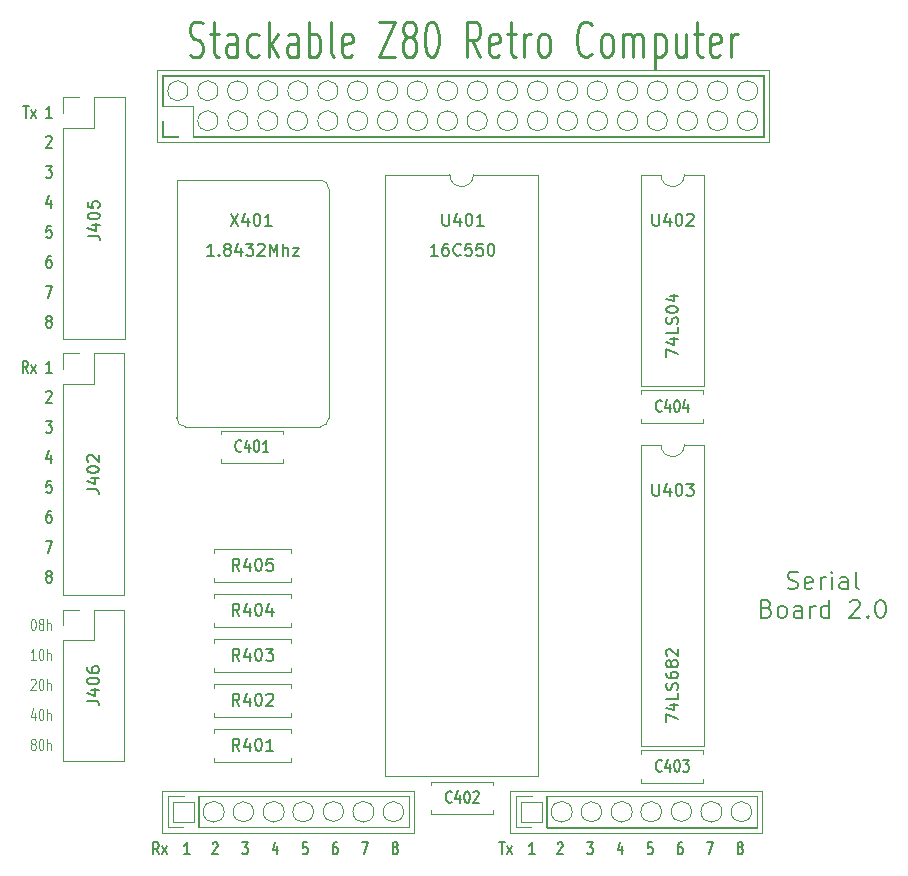
<source format=gto>
%TF.GenerationSoftware,KiCad,Pcbnew,(5.0.1)-3*%
%TF.CreationDate,2018-11-22T18:04:47+01:00*%
%TF.ProjectId,S80 Serial,5338302053657269616C2E6B69636164,1.0*%
%TF.SameCoordinates,Original*%
%TF.FileFunction,Legend,Top*%
%TF.FilePolarity,Positive*%
%FSLAX46Y46*%
G04 Gerber Fmt 4.6, Leading zero omitted, Abs format (unit mm)*
G04 Created by KiCad (PCBNEW (5.0.1)-3) date 22/11/2018 18:04:47*
%MOMM*%
%LPD*%
G01*
G04 APERTURE LIST*
%ADD10C,0.150000*%
%ADD11C,0.100000*%
%ADD12C,0.050000*%
%ADD13C,0.250000*%
%ADD14C,0.120000*%
G04 APERTURE END LIST*
D10*
X62247071Y-54808380D02*
X61980404Y-54332190D01*
X61789928Y-54808380D02*
X61789928Y-53808380D01*
X62094690Y-53808380D01*
X62170880Y-53856000D01*
X62208976Y-53903619D01*
X62247071Y-53998857D01*
X62247071Y-54141714D01*
X62208976Y-54236952D01*
X62170880Y-54284571D01*
X62094690Y-54332190D01*
X61789928Y-54332190D01*
X62513738Y-54808380D02*
X62932785Y-54141714D01*
X62513738Y-54141714D02*
X62932785Y-54808380D01*
X64266119Y-54808380D02*
X63808976Y-54808380D01*
X64037547Y-54808380D02*
X64037547Y-53808380D01*
X63961357Y-53951238D01*
X63885166Y-54046476D01*
X63808976Y-54094095D01*
X63770880Y-69048380D02*
X64304214Y-69048380D01*
X63961357Y-70048380D01*
X63961357Y-72016952D02*
X63885166Y-71969333D01*
X63847071Y-71921714D01*
X63808976Y-71826476D01*
X63808976Y-71778857D01*
X63847071Y-71683619D01*
X63885166Y-71636000D01*
X63961357Y-71588380D01*
X64113738Y-71588380D01*
X64189928Y-71636000D01*
X64228023Y-71683619D01*
X64266119Y-71778857D01*
X64266119Y-71826476D01*
X64228023Y-71921714D01*
X64189928Y-71969333D01*
X64113738Y-72016952D01*
X63961357Y-72016952D01*
X63885166Y-72064571D01*
X63847071Y-72112190D01*
X63808976Y-72207428D01*
X63808976Y-72397904D01*
X63847071Y-72493142D01*
X63885166Y-72540761D01*
X63961357Y-72588380D01*
X64113738Y-72588380D01*
X64189928Y-72540761D01*
X64228023Y-72493142D01*
X64266119Y-72397904D01*
X64266119Y-72207428D01*
X64228023Y-72112190D01*
X64189928Y-72064571D01*
X64113738Y-72016952D01*
X63808976Y-56443619D02*
X63847071Y-56396000D01*
X63923261Y-56348380D01*
X64113738Y-56348380D01*
X64189928Y-56396000D01*
X64228023Y-56443619D01*
X64266119Y-56538857D01*
X64266119Y-56634095D01*
X64228023Y-56776952D01*
X63770880Y-57348380D01*
X64266119Y-57348380D01*
X64189928Y-61761714D02*
X64189928Y-62428380D01*
X63999452Y-61380761D02*
X63808976Y-62095047D01*
X64304214Y-62095047D01*
X63770880Y-58888380D02*
X64266119Y-58888380D01*
X63999452Y-59269333D01*
X64113738Y-59269333D01*
X64189928Y-59316952D01*
X64228023Y-59364571D01*
X64266119Y-59459809D01*
X64266119Y-59697904D01*
X64228023Y-59793142D01*
X64189928Y-59840761D01*
X64113738Y-59888380D01*
X63885166Y-59888380D01*
X63808976Y-59840761D01*
X63770880Y-59793142D01*
X64189928Y-66508380D02*
X64037547Y-66508380D01*
X63961357Y-66556000D01*
X63923261Y-66603619D01*
X63847071Y-66746476D01*
X63808976Y-66936952D01*
X63808976Y-67317904D01*
X63847071Y-67413142D01*
X63885166Y-67460761D01*
X63961357Y-67508380D01*
X64113738Y-67508380D01*
X64189928Y-67460761D01*
X64228023Y-67413142D01*
X64266119Y-67317904D01*
X64266119Y-67079809D01*
X64228023Y-66984571D01*
X64189928Y-66936952D01*
X64113738Y-66889333D01*
X63961357Y-66889333D01*
X63885166Y-66936952D01*
X63847071Y-66984571D01*
X63808976Y-67079809D01*
X64228023Y-63968380D02*
X63847071Y-63968380D01*
X63808976Y-64444571D01*
X63847071Y-64396952D01*
X63923261Y-64349333D01*
X64113738Y-64349333D01*
X64189928Y-64396952D01*
X64228023Y-64444571D01*
X64266119Y-64539809D01*
X64266119Y-64777904D01*
X64228023Y-64873142D01*
X64189928Y-64920761D01*
X64113738Y-64968380D01*
X63923261Y-64968380D01*
X63847071Y-64920761D01*
X63808976Y-64873142D01*
X63961357Y-50426952D02*
X63885166Y-50379333D01*
X63847071Y-50331714D01*
X63808976Y-50236476D01*
X63808976Y-50188857D01*
X63847071Y-50093619D01*
X63885166Y-50046000D01*
X63961357Y-49998380D01*
X64113738Y-49998380D01*
X64189928Y-50046000D01*
X64228023Y-50093619D01*
X64266119Y-50188857D01*
X64266119Y-50236476D01*
X64228023Y-50331714D01*
X64189928Y-50379333D01*
X64113738Y-50426952D01*
X63961357Y-50426952D01*
X63885166Y-50474571D01*
X63847071Y-50522190D01*
X63808976Y-50617428D01*
X63808976Y-50807904D01*
X63847071Y-50903142D01*
X63885166Y-50950761D01*
X63961357Y-50998380D01*
X64113738Y-50998380D01*
X64189928Y-50950761D01*
X64228023Y-50903142D01*
X64266119Y-50807904D01*
X64266119Y-50617428D01*
X64228023Y-50522190D01*
X64189928Y-50474571D01*
X64113738Y-50426952D01*
X63770880Y-47458380D02*
X64304214Y-47458380D01*
X63961357Y-48458380D01*
X64189928Y-44918380D02*
X64037547Y-44918380D01*
X63961357Y-44966000D01*
X63923261Y-45013619D01*
X63847071Y-45156476D01*
X63808976Y-45346952D01*
X63808976Y-45727904D01*
X63847071Y-45823142D01*
X63885166Y-45870761D01*
X63961357Y-45918380D01*
X64113738Y-45918380D01*
X64189928Y-45870761D01*
X64228023Y-45823142D01*
X64266119Y-45727904D01*
X64266119Y-45489809D01*
X64228023Y-45394571D01*
X64189928Y-45346952D01*
X64113738Y-45299333D01*
X63961357Y-45299333D01*
X63885166Y-45346952D01*
X63847071Y-45394571D01*
X63808976Y-45489809D01*
X64228023Y-42378380D02*
X63847071Y-42378380D01*
X63808976Y-42854571D01*
X63847071Y-42806952D01*
X63923261Y-42759333D01*
X64113738Y-42759333D01*
X64189928Y-42806952D01*
X64228023Y-42854571D01*
X64266119Y-42949809D01*
X64266119Y-43187904D01*
X64228023Y-43283142D01*
X64189928Y-43330761D01*
X64113738Y-43378380D01*
X63923261Y-43378380D01*
X63847071Y-43330761D01*
X63808976Y-43283142D01*
X64189928Y-40171714D02*
X64189928Y-40838380D01*
X63999452Y-39790761D02*
X63808976Y-40505047D01*
X64304214Y-40505047D01*
X63770880Y-37298380D02*
X64266119Y-37298380D01*
X63999452Y-37679333D01*
X64113738Y-37679333D01*
X64189928Y-37726952D01*
X64228023Y-37774571D01*
X64266119Y-37869809D01*
X64266119Y-38107904D01*
X64228023Y-38203142D01*
X64189928Y-38250761D01*
X64113738Y-38298380D01*
X63885166Y-38298380D01*
X63808976Y-38250761D01*
X63770880Y-38203142D01*
X63808976Y-34853619D02*
X63847071Y-34806000D01*
X63923261Y-34758380D01*
X64113738Y-34758380D01*
X64189928Y-34806000D01*
X64228023Y-34853619D01*
X64266119Y-34948857D01*
X64266119Y-35044095D01*
X64228023Y-35186952D01*
X63770880Y-35758380D01*
X64266119Y-35758380D01*
X61866119Y-32218380D02*
X62323261Y-32218380D01*
X62094690Y-33218380D02*
X62094690Y-32218380D01*
X62513738Y-33218380D02*
X62932785Y-32551714D01*
X62513738Y-32551714D02*
X62932785Y-33218380D01*
X64266119Y-33218380D02*
X63808976Y-33218380D01*
X64037547Y-33218380D02*
X64037547Y-32218380D01*
X63961357Y-32361238D01*
X63885166Y-32456476D01*
X63808976Y-32504095D01*
X102150595Y-94575380D02*
X102607738Y-94575380D01*
X102379166Y-95575380D02*
X102379166Y-94575380D01*
X102798214Y-95575380D02*
X103217261Y-94908714D01*
X102798214Y-94908714D02*
X103217261Y-95575380D01*
X105160119Y-95575380D02*
X104702976Y-95575380D01*
X104931547Y-95575380D02*
X104931547Y-94575380D01*
X104855357Y-94718238D01*
X104779166Y-94813476D01*
X104702976Y-94861095D01*
X115125476Y-94575380D02*
X114744523Y-94575380D01*
X114706428Y-95051571D01*
X114744523Y-95003952D01*
X114820714Y-94956333D01*
X115011190Y-94956333D01*
X115087380Y-95003952D01*
X115125476Y-95051571D01*
X115163571Y-95146809D01*
X115163571Y-95384904D01*
X115125476Y-95480142D01*
X115087380Y-95527761D01*
X115011190Y-95575380D01*
X114820714Y-95575380D01*
X114744523Y-95527761D01*
X114706428Y-95480142D01*
X107086428Y-94670619D02*
X107124523Y-94623000D01*
X107200714Y-94575380D01*
X107391190Y-94575380D01*
X107467380Y-94623000D01*
X107505476Y-94670619D01*
X107543571Y-94765857D01*
X107543571Y-94861095D01*
X107505476Y-95003952D01*
X107048333Y-95575380D01*
X107543571Y-95575380D01*
X109588333Y-94575380D02*
X110083571Y-94575380D01*
X109816904Y-94956333D01*
X109931190Y-94956333D01*
X110007380Y-95003952D01*
X110045476Y-95051571D01*
X110083571Y-95146809D01*
X110083571Y-95384904D01*
X110045476Y-95480142D01*
X110007380Y-95527761D01*
X109931190Y-95575380D01*
X109702619Y-95575380D01*
X109626428Y-95527761D01*
X109588333Y-95480142D01*
X119748333Y-94575380D02*
X120281666Y-94575380D01*
X119938809Y-95575380D01*
X122478809Y-95003952D02*
X122402619Y-94956333D01*
X122364523Y-94908714D01*
X122326428Y-94813476D01*
X122326428Y-94765857D01*
X122364523Y-94670619D01*
X122402619Y-94623000D01*
X122478809Y-94575380D01*
X122631190Y-94575380D01*
X122707380Y-94623000D01*
X122745476Y-94670619D01*
X122783571Y-94765857D01*
X122783571Y-94813476D01*
X122745476Y-94908714D01*
X122707380Y-94956333D01*
X122631190Y-95003952D01*
X122478809Y-95003952D01*
X122402619Y-95051571D01*
X122364523Y-95099190D01*
X122326428Y-95194428D01*
X122326428Y-95384904D01*
X122364523Y-95480142D01*
X122402619Y-95527761D01*
X122478809Y-95575380D01*
X122631190Y-95575380D01*
X122707380Y-95527761D01*
X122745476Y-95480142D01*
X122783571Y-95384904D01*
X122783571Y-95194428D01*
X122745476Y-95099190D01*
X122707380Y-95051571D01*
X122631190Y-95003952D01*
X112547380Y-94908714D02*
X112547380Y-95575380D01*
X112356904Y-94527761D02*
X112166428Y-95242047D01*
X112661666Y-95242047D01*
X117627380Y-94575380D02*
X117475000Y-94575380D01*
X117398809Y-94623000D01*
X117360714Y-94670619D01*
X117284523Y-94813476D01*
X117246428Y-95003952D01*
X117246428Y-95384904D01*
X117284523Y-95480142D01*
X117322619Y-95527761D01*
X117398809Y-95575380D01*
X117551190Y-95575380D01*
X117627380Y-95527761D01*
X117665476Y-95480142D01*
X117703571Y-95384904D01*
X117703571Y-95146809D01*
X117665476Y-95051571D01*
X117627380Y-95003952D01*
X117551190Y-94956333D01*
X117398809Y-94956333D01*
X117322619Y-95003952D01*
X117284523Y-95051571D01*
X117246428Y-95146809D01*
X93268809Y-95003952D02*
X93192619Y-94956333D01*
X93154523Y-94908714D01*
X93116428Y-94813476D01*
X93116428Y-94765857D01*
X93154523Y-94670619D01*
X93192619Y-94623000D01*
X93268809Y-94575380D01*
X93421190Y-94575380D01*
X93497380Y-94623000D01*
X93535476Y-94670619D01*
X93573571Y-94765857D01*
X93573571Y-94813476D01*
X93535476Y-94908714D01*
X93497380Y-94956333D01*
X93421190Y-95003952D01*
X93268809Y-95003952D01*
X93192619Y-95051571D01*
X93154523Y-95099190D01*
X93116428Y-95194428D01*
X93116428Y-95384904D01*
X93154523Y-95480142D01*
X93192619Y-95527761D01*
X93268809Y-95575380D01*
X93421190Y-95575380D01*
X93497380Y-95527761D01*
X93535476Y-95480142D01*
X93573571Y-95384904D01*
X93573571Y-95194428D01*
X93535476Y-95099190D01*
X93497380Y-95051571D01*
X93421190Y-95003952D01*
X90538333Y-94575380D02*
X91071666Y-94575380D01*
X90728809Y-95575380D01*
X88417380Y-94575380D02*
X88265000Y-94575380D01*
X88188809Y-94623000D01*
X88150714Y-94670619D01*
X88074523Y-94813476D01*
X88036428Y-95003952D01*
X88036428Y-95384904D01*
X88074523Y-95480142D01*
X88112619Y-95527761D01*
X88188809Y-95575380D01*
X88341190Y-95575380D01*
X88417380Y-95527761D01*
X88455476Y-95480142D01*
X88493571Y-95384904D01*
X88493571Y-95146809D01*
X88455476Y-95051571D01*
X88417380Y-95003952D01*
X88341190Y-94956333D01*
X88188809Y-94956333D01*
X88112619Y-95003952D01*
X88074523Y-95051571D01*
X88036428Y-95146809D01*
X85915476Y-94575380D02*
X85534523Y-94575380D01*
X85496428Y-95051571D01*
X85534523Y-95003952D01*
X85610714Y-94956333D01*
X85801190Y-94956333D01*
X85877380Y-95003952D01*
X85915476Y-95051571D01*
X85953571Y-95146809D01*
X85953571Y-95384904D01*
X85915476Y-95480142D01*
X85877380Y-95527761D01*
X85801190Y-95575380D01*
X85610714Y-95575380D01*
X85534523Y-95527761D01*
X85496428Y-95480142D01*
X83337380Y-94908714D02*
X83337380Y-95575380D01*
X83146904Y-94527761D02*
X82956428Y-95242047D01*
X83451666Y-95242047D01*
X80378333Y-94575380D02*
X80873571Y-94575380D01*
X80606904Y-94956333D01*
X80721190Y-94956333D01*
X80797380Y-95003952D01*
X80835476Y-95051571D01*
X80873571Y-95146809D01*
X80873571Y-95384904D01*
X80835476Y-95480142D01*
X80797380Y-95527761D01*
X80721190Y-95575380D01*
X80492619Y-95575380D01*
X80416428Y-95527761D01*
X80378333Y-95480142D01*
X77876428Y-94670619D02*
X77914523Y-94623000D01*
X77990714Y-94575380D01*
X78181190Y-94575380D01*
X78257380Y-94623000D01*
X78295476Y-94670619D01*
X78333571Y-94765857D01*
X78333571Y-94861095D01*
X78295476Y-95003952D01*
X77838333Y-95575380D01*
X78333571Y-95575380D01*
X73321547Y-95575380D02*
X73054880Y-95099190D01*
X72864404Y-95575380D02*
X72864404Y-94575380D01*
X73169166Y-94575380D01*
X73245357Y-94623000D01*
X73283452Y-94670619D01*
X73321547Y-94765857D01*
X73321547Y-94908714D01*
X73283452Y-95003952D01*
X73245357Y-95051571D01*
X73169166Y-95099190D01*
X72864404Y-95099190D01*
X73588214Y-95575380D02*
X74007261Y-94908714D01*
X73588214Y-94908714D02*
X74007261Y-95575380D01*
X75950119Y-95575380D02*
X75492976Y-95575380D01*
X75721547Y-95575380D02*
X75721547Y-94575380D01*
X75645357Y-94718238D01*
X75569166Y-94813476D01*
X75492976Y-94861095D01*
X126575714Y-73067142D02*
X126790000Y-73138571D01*
X127147142Y-73138571D01*
X127290000Y-73067142D01*
X127361428Y-72995714D01*
X127432857Y-72852857D01*
X127432857Y-72710000D01*
X127361428Y-72567142D01*
X127290000Y-72495714D01*
X127147142Y-72424285D01*
X126861428Y-72352857D01*
X126718571Y-72281428D01*
X126647142Y-72210000D01*
X126575714Y-72067142D01*
X126575714Y-71924285D01*
X126647142Y-71781428D01*
X126718571Y-71710000D01*
X126861428Y-71638571D01*
X127218571Y-71638571D01*
X127432857Y-71710000D01*
X128647142Y-73067142D02*
X128504285Y-73138571D01*
X128218571Y-73138571D01*
X128075714Y-73067142D01*
X128004285Y-72924285D01*
X128004285Y-72352857D01*
X128075714Y-72210000D01*
X128218571Y-72138571D01*
X128504285Y-72138571D01*
X128647142Y-72210000D01*
X128718571Y-72352857D01*
X128718571Y-72495714D01*
X128004285Y-72638571D01*
X129361428Y-73138571D02*
X129361428Y-72138571D01*
X129361428Y-72424285D02*
X129432857Y-72281428D01*
X129504285Y-72210000D01*
X129647142Y-72138571D01*
X129790000Y-72138571D01*
X130290000Y-73138571D02*
X130290000Y-72138571D01*
X130290000Y-71638571D02*
X130218571Y-71710000D01*
X130290000Y-71781428D01*
X130361428Y-71710000D01*
X130290000Y-71638571D01*
X130290000Y-71781428D01*
X131647142Y-73138571D02*
X131647142Y-72352857D01*
X131575714Y-72210000D01*
X131432857Y-72138571D01*
X131147142Y-72138571D01*
X131004285Y-72210000D01*
X131647142Y-73067142D02*
X131504285Y-73138571D01*
X131147142Y-73138571D01*
X131004285Y-73067142D01*
X130932857Y-72924285D01*
X130932857Y-72781428D01*
X131004285Y-72638571D01*
X131147142Y-72567142D01*
X131504285Y-72567142D01*
X131647142Y-72495714D01*
X132575714Y-73138571D02*
X132432857Y-73067142D01*
X132361428Y-72924285D01*
X132361428Y-71638571D01*
X124790000Y-74752857D02*
X125004285Y-74824285D01*
X125075714Y-74895714D01*
X125147142Y-75038571D01*
X125147142Y-75252857D01*
X125075714Y-75395714D01*
X125004285Y-75467142D01*
X124861428Y-75538571D01*
X124290000Y-75538571D01*
X124290000Y-74038571D01*
X124790000Y-74038571D01*
X124932857Y-74110000D01*
X125004285Y-74181428D01*
X125075714Y-74324285D01*
X125075714Y-74467142D01*
X125004285Y-74610000D01*
X124932857Y-74681428D01*
X124790000Y-74752857D01*
X124290000Y-74752857D01*
X126004285Y-75538571D02*
X125861428Y-75467142D01*
X125790000Y-75395714D01*
X125718571Y-75252857D01*
X125718571Y-74824285D01*
X125790000Y-74681428D01*
X125861428Y-74610000D01*
X126004285Y-74538571D01*
X126218571Y-74538571D01*
X126361428Y-74610000D01*
X126432857Y-74681428D01*
X126504285Y-74824285D01*
X126504285Y-75252857D01*
X126432857Y-75395714D01*
X126361428Y-75467142D01*
X126218571Y-75538571D01*
X126004285Y-75538571D01*
X127790000Y-75538571D02*
X127790000Y-74752857D01*
X127718571Y-74610000D01*
X127575714Y-74538571D01*
X127290000Y-74538571D01*
X127147142Y-74610000D01*
X127790000Y-75467142D02*
X127647142Y-75538571D01*
X127290000Y-75538571D01*
X127147142Y-75467142D01*
X127075714Y-75324285D01*
X127075714Y-75181428D01*
X127147142Y-75038571D01*
X127290000Y-74967142D01*
X127647142Y-74967142D01*
X127790000Y-74895714D01*
X128504285Y-75538571D02*
X128504285Y-74538571D01*
X128504285Y-74824285D02*
X128575714Y-74681428D01*
X128647142Y-74610000D01*
X128790000Y-74538571D01*
X128932857Y-74538571D01*
X130075714Y-75538571D02*
X130075714Y-74038571D01*
X130075714Y-75467142D02*
X129932857Y-75538571D01*
X129647142Y-75538571D01*
X129504285Y-75467142D01*
X129432857Y-75395714D01*
X129361428Y-75252857D01*
X129361428Y-74824285D01*
X129432857Y-74681428D01*
X129504285Y-74610000D01*
X129647142Y-74538571D01*
X129932857Y-74538571D01*
X130075714Y-74610000D01*
X131861428Y-74181428D02*
X131932857Y-74110000D01*
X132075714Y-74038571D01*
X132432857Y-74038571D01*
X132575714Y-74110000D01*
X132647142Y-74181428D01*
X132718571Y-74324285D01*
X132718571Y-74467142D01*
X132647142Y-74681428D01*
X131790000Y-75538571D01*
X132718571Y-75538571D01*
X133361428Y-75395714D02*
X133432857Y-75467142D01*
X133361428Y-75538571D01*
X133290000Y-75467142D01*
X133361428Y-75395714D01*
X133361428Y-75538571D01*
X134361428Y-74038571D02*
X134504285Y-74038571D01*
X134647142Y-74110000D01*
X134718571Y-74181428D01*
X134790000Y-74324285D01*
X134861428Y-74610000D01*
X134861428Y-74967142D01*
X134790000Y-75252857D01*
X134718571Y-75395714D01*
X134647142Y-75467142D01*
X134504285Y-75538571D01*
X134361428Y-75538571D01*
X134218571Y-75467142D01*
X134147142Y-75395714D01*
X134075714Y-75252857D01*
X134004285Y-74967142D01*
X134004285Y-74610000D01*
X134075714Y-74324285D01*
X134147142Y-74181428D01*
X134218571Y-74110000D01*
X134361428Y-74038571D01*
D11*
X73660000Y-32210000D02*
X76200000Y-32210000D01*
X73660000Y-29670000D02*
X73660000Y-32210000D01*
X75799466Y-30940000D02*
G75*
G03X75799466Y-30940000I-853833J0D01*
G01*
X124460000Y-29670000D02*
X73660000Y-29670000D01*
X76682600Y-90659200D02*
X76682600Y-93275400D01*
X76682600Y-90659200D02*
X94513400Y-90684600D01*
X75387200Y-93300800D02*
X74066400Y-93300800D01*
X94513400Y-90684600D02*
X94513400Y-93300800D01*
X74066400Y-93300800D02*
X74066400Y-91980000D01*
D12*
X94970600Y-90202000D02*
X73634600Y-90202000D01*
X94970600Y-93758000D02*
X94970600Y-90202000D01*
D11*
X94513400Y-93300800D02*
X76682600Y-93275400D01*
X81352081Y-91980000D02*
G75*
G03X81352081Y-91980000I-859481J0D01*
G01*
X91541600Y-91980000D02*
G75*
G03X91541600Y-91980000I-889000J0D01*
G01*
X94056573Y-91980000D02*
G75*
G03X94056573Y-91980000I-863973J0D01*
G01*
X86423040Y-91980000D02*
G75*
G03X86423040Y-91980000I-875840J0D01*
G01*
D12*
X73634600Y-93758000D02*
X94970600Y-93758000D01*
D11*
X88966055Y-91954600D02*
G75*
G03X88966055Y-91954600I-853455J0D01*
G01*
X76276200Y-92843600D02*
X76276200Y-91116400D01*
X76276200Y-91116400D02*
X74523600Y-91116400D01*
X74523600Y-91116400D02*
X74523600Y-92843600D01*
X83942635Y-91980000D02*
G75*
G03X83942635Y-91980000I-884635J0D01*
G01*
X74523600Y-92843600D02*
X76276200Y-92843600D01*
X78866637Y-91980000D02*
G75*
G03X78866637Y-91980000I-888637J0D01*
G01*
D12*
X73634600Y-90202000D02*
X73634600Y-93758000D01*
D13*
X75964761Y-27944485D02*
X76250476Y-28087342D01*
X76726666Y-28087342D01*
X76917142Y-27944485D01*
X77012380Y-27801628D01*
X77107619Y-27515914D01*
X77107619Y-27230200D01*
X77012380Y-26944485D01*
X76917142Y-26801628D01*
X76726666Y-26658771D01*
X76345714Y-26515914D01*
X76155238Y-26373057D01*
X76060000Y-26230200D01*
X75964761Y-25944485D01*
X75964761Y-25658771D01*
X76060000Y-25373057D01*
X76155238Y-25230200D01*
X76345714Y-25087342D01*
X76821904Y-25087342D01*
X77107619Y-25230200D01*
X77679047Y-26087342D02*
X78440952Y-26087342D01*
X77964761Y-25087342D02*
X77964761Y-27658771D01*
X78060000Y-27944485D01*
X78250476Y-28087342D01*
X78440952Y-28087342D01*
X79964761Y-28087342D02*
X79964761Y-26515914D01*
X79869523Y-26230200D01*
X79679047Y-26087342D01*
X79298095Y-26087342D01*
X79107619Y-26230200D01*
X79964761Y-27944485D02*
X79774285Y-28087342D01*
X79298095Y-28087342D01*
X79107619Y-27944485D01*
X79012380Y-27658771D01*
X79012380Y-27373057D01*
X79107619Y-27087342D01*
X79298095Y-26944485D01*
X79774285Y-26944485D01*
X79964761Y-26801628D01*
X81774285Y-27944485D02*
X81583809Y-28087342D01*
X81202857Y-28087342D01*
X81012380Y-27944485D01*
X80917142Y-27801628D01*
X80821904Y-27515914D01*
X80821904Y-26658771D01*
X80917142Y-26373057D01*
X81012380Y-26230200D01*
X81202857Y-26087342D01*
X81583809Y-26087342D01*
X81774285Y-26230200D01*
X82631428Y-28087342D02*
X82631428Y-25087342D01*
X82821904Y-26944485D02*
X83393333Y-28087342D01*
X83393333Y-26087342D02*
X82631428Y-27230200D01*
X85107619Y-28087342D02*
X85107619Y-26515914D01*
X85012380Y-26230200D01*
X84821904Y-26087342D01*
X84440952Y-26087342D01*
X84250476Y-26230200D01*
X85107619Y-27944485D02*
X84917142Y-28087342D01*
X84440952Y-28087342D01*
X84250476Y-27944485D01*
X84155238Y-27658771D01*
X84155238Y-27373057D01*
X84250476Y-27087342D01*
X84440952Y-26944485D01*
X84917142Y-26944485D01*
X85107619Y-26801628D01*
X86060000Y-28087342D02*
X86060000Y-25087342D01*
X86060000Y-26230200D02*
X86250476Y-26087342D01*
X86631428Y-26087342D01*
X86821904Y-26230200D01*
X86917142Y-26373057D01*
X87012380Y-26658771D01*
X87012380Y-27515914D01*
X86917142Y-27801628D01*
X86821904Y-27944485D01*
X86631428Y-28087342D01*
X86250476Y-28087342D01*
X86060000Y-27944485D01*
X88155238Y-28087342D02*
X87964761Y-27944485D01*
X87869523Y-27658771D01*
X87869523Y-25087342D01*
X89679047Y-27944485D02*
X89488571Y-28087342D01*
X89107619Y-28087342D01*
X88917142Y-27944485D01*
X88821904Y-27658771D01*
X88821904Y-26515914D01*
X88917142Y-26230200D01*
X89107619Y-26087342D01*
X89488571Y-26087342D01*
X89679047Y-26230200D01*
X89774285Y-26515914D01*
X89774285Y-26801628D01*
X88821904Y-27087342D01*
X91964761Y-25087342D02*
X93298095Y-25087342D01*
X91964761Y-28087342D01*
X93298095Y-28087342D01*
X94345714Y-26373057D02*
X94155238Y-26230200D01*
X94060000Y-26087342D01*
X93964761Y-25801628D01*
X93964761Y-25658771D01*
X94060000Y-25373057D01*
X94155238Y-25230200D01*
X94345714Y-25087342D01*
X94726666Y-25087342D01*
X94917142Y-25230200D01*
X95012380Y-25373057D01*
X95107619Y-25658771D01*
X95107619Y-25801628D01*
X95012380Y-26087342D01*
X94917142Y-26230200D01*
X94726666Y-26373057D01*
X94345714Y-26373057D01*
X94155238Y-26515914D01*
X94060000Y-26658771D01*
X93964761Y-26944485D01*
X93964761Y-27515914D01*
X94060000Y-27801628D01*
X94155238Y-27944485D01*
X94345714Y-28087342D01*
X94726666Y-28087342D01*
X94917142Y-27944485D01*
X95012380Y-27801628D01*
X95107619Y-27515914D01*
X95107619Y-26944485D01*
X95012380Y-26658771D01*
X94917142Y-26515914D01*
X94726666Y-26373057D01*
X96345714Y-25087342D02*
X96536190Y-25087342D01*
X96726666Y-25230200D01*
X96821904Y-25373057D01*
X96917142Y-25658771D01*
X97012380Y-26230200D01*
X97012380Y-26944485D01*
X96917142Y-27515914D01*
X96821904Y-27801628D01*
X96726666Y-27944485D01*
X96536190Y-28087342D01*
X96345714Y-28087342D01*
X96155238Y-27944485D01*
X96060000Y-27801628D01*
X95964761Y-27515914D01*
X95869523Y-26944485D01*
X95869523Y-26230200D01*
X95964761Y-25658771D01*
X96060000Y-25373057D01*
X96155238Y-25230200D01*
X96345714Y-25087342D01*
X100536190Y-28087342D02*
X99869523Y-26658771D01*
X99393333Y-28087342D02*
X99393333Y-25087342D01*
X100155238Y-25087342D01*
X100345714Y-25230200D01*
X100440952Y-25373057D01*
X100536190Y-25658771D01*
X100536190Y-26087342D01*
X100440952Y-26373057D01*
X100345714Y-26515914D01*
X100155238Y-26658771D01*
X99393333Y-26658771D01*
X102155238Y-27944485D02*
X101964761Y-28087342D01*
X101583809Y-28087342D01*
X101393333Y-27944485D01*
X101298095Y-27658771D01*
X101298095Y-26515914D01*
X101393333Y-26230200D01*
X101583809Y-26087342D01*
X101964761Y-26087342D01*
X102155238Y-26230200D01*
X102250476Y-26515914D01*
X102250476Y-26801628D01*
X101298095Y-27087342D01*
X102821904Y-26087342D02*
X103583809Y-26087342D01*
X103107619Y-25087342D02*
X103107619Y-27658771D01*
X103202857Y-27944485D01*
X103393333Y-28087342D01*
X103583809Y-28087342D01*
X104250476Y-28087342D02*
X104250476Y-26087342D01*
X104250476Y-26658771D02*
X104345714Y-26373057D01*
X104440952Y-26230200D01*
X104631428Y-26087342D01*
X104821904Y-26087342D01*
X105774285Y-28087342D02*
X105583809Y-27944485D01*
X105488571Y-27801628D01*
X105393333Y-27515914D01*
X105393333Y-26658771D01*
X105488571Y-26373057D01*
X105583809Y-26230200D01*
X105774285Y-26087342D01*
X106060000Y-26087342D01*
X106250476Y-26230200D01*
X106345714Y-26373057D01*
X106440952Y-26658771D01*
X106440952Y-27515914D01*
X106345714Y-27801628D01*
X106250476Y-27944485D01*
X106060000Y-28087342D01*
X105774285Y-28087342D01*
X109964761Y-27801628D02*
X109869523Y-27944485D01*
X109583809Y-28087342D01*
X109393333Y-28087342D01*
X109107619Y-27944485D01*
X108917142Y-27658771D01*
X108821904Y-27373057D01*
X108726666Y-26801628D01*
X108726666Y-26373057D01*
X108821904Y-25801628D01*
X108917142Y-25515914D01*
X109107619Y-25230200D01*
X109393333Y-25087342D01*
X109583809Y-25087342D01*
X109869523Y-25230200D01*
X109964761Y-25373057D01*
X111107619Y-28087342D02*
X110917142Y-27944485D01*
X110821904Y-27801628D01*
X110726666Y-27515914D01*
X110726666Y-26658771D01*
X110821904Y-26373057D01*
X110917142Y-26230200D01*
X111107619Y-26087342D01*
X111393333Y-26087342D01*
X111583809Y-26230200D01*
X111679047Y-26373057D01*
X111774285Y-26658771D01*
X111774285Y-27515914D01*
X111679047Y-27801628D01*
X111583809Y-27944485D01*
X111393333Y-28087342D01*
X111107619Y-28087342D01*
X112631428Y-28087342D02*
X112631428Y-26087342D01*
X112631428Y-26373057D02*
X112726666Y-26230200D01*
X112917142Y-26087342D01*
X113202857Y-26087342D01*
X113393333Y-26230200D01*
X113488571Y-26515914D01*
X113488571Y-28087342D01*
X113488571Y-26515914D02*
X113583809Y-26230200D01*
X113774285Y-26087342D01*
X114059999Y-26087342D01*
X114250476Y-26230200D01*
X114345714Y-26515914D01*
X114345714Y-28087342D01*
X115298095Y-26087342D02*
X115298095Y-29087342D01*
X115298095Y-26230200D02*
X115488571Y-26087342D01*
X115869523Y-26087342D01*
X116059999Y-26230200D01*
X116155238Y-26373057D01*
X116250476Y-26658771D01*
X116250476Y-27515914D01*
X116155238Y-27801628D01*
X116059999Y-27944485D01*
X115869523Y-28087342D01*
X115488571Y-28087342D01*
X115298095Y-27944485D01*
X117964761Y-26087342D02*
X117964761Y-28087342D01*
X117107619Y-26087342D02*
X117107619Y-27658771D01*
X117202857Y-27944485D01*
X117393333Y-28087342D01*
X117679047Y-28087342D01*
X117869523Y-27944485D01*
X117964761Y-27801628D01*
X118631428Y-26087342D02*
X119393333Y-26087342D01*
X118917142Y-25087342D02*
X118917142Y-27658771D01*
X119012380Y-27944485D01*
X119202857Y-28087342D01*
X119393333Y-28087342D01*
X120821904Y-27944485D02*
X120631428Y-28087342D01*
X120250476Y-28087342D01*
X120059999Y-27944485D01*
X119964761Y-27658771D01*
X119964761Y-26515914D01*
X120059999Y-26230200D01*
X120250476Y-26087342D01*
X120631428Y-26087342D01*
X120821904Y-26230200D01*
X120917142Y-26515914D01*
X120917142Y-26801628D01*
X119964761Y-27087342D01*
X121774285Y-28087342D02*
X121774285Y-26087342D01*
X121774285Y-26658771D02*
X121869523Y-26373057D01*
X121964761Y-26230200D01*
X122155238Y-26087342D01*
X122345714Y-26087342D01*
D11*
X121494066Y-33480000D02*
G75*
G03X121494066Y-33480000I-853833J0D01*
G01*
X91014066Y-33480000D02*
G75*
G03X91014066Y-33480000I-853833J0D01*
G01*
X106254066Y-33480000D02*
G75*
G03X106254066Y-33480000I-853833J0D01*
G01*
X124028200Y-33480000D02*
G75*
G03X124028200Y-33480000I-853833J0D01*
G01*
X124034066Y-30940000D02*
G75*
G03X124034066Y-30940000I-853833J0D01*
G01*
X121494066Y-30940000D02*
G75*
G03X121494066Y-30940000I-853833J0D01*
G01*
X116408200Y-30940000D02*
G75*
G03X116408200Y-30940000I-853833J0D01*
G01*
X111308666Y-30940000D02*
G75*
G03X111308666Y-30940000I-853833J0D01*
G01*
X118948200Y-33480000D02*
G75*
G03X118948200Y-33480000I-853833J0D01*
G01*
X116382800Y-33480000D02*
G75*
G03X116382800Y-33480000I-853833J0D01*
G01*
X108788200Y-33480000D02*
G75*
G03X108788200Y-33480000I-853833J0D01*
G01*
X113874066Y-30940000D02*
G75*
G03X113874066Y-30940000I-853833J0D01*
G01*
X111328200Y-33480000D02*
G75*
G03X111328200Y-33480000I-853833J0D01*
G01*
X113868200Y-33480000D02*
G75*
G03X113868200Y-33480000I-853833J0D01*
G01*
X108794066Y-30940000D02*
G75*
G03X108794066Y-30940000I-853833J0D01*
G01*
X118948200Y-30940000D02*
G75*
G03X118948200Y-30940000I-853833J0D01*
G01*
X106254066Y-30940000D02*
G75*
G03X106254066Y-30940000I-853833J0D01*
G01*
X101142800Y-33480000D02*
G75*
G03X101142800Y-33480000I-853833J0D01*
G01*
X93554066Y-30940000D02*
G75*
G03X93554066Y-30940000I-853833J0D01*
G01*
X93548200Y-33480000D02*
G75*
G03X93548200Y-33480000I-853833J0D01*
G01*
X91014066Y-30940000D02*
G75*
G03X91014066Y-30940000I-853833J0D01*
G01*
X103708200Y-33480000D02*
G75*
G03X103708200Y-33480000I-853833J0D01*
G01*
X103708200Y-30940000D02*
G75*
G03X103708200Y-30940000I-853833J0D01*
G01*
X96068666Y-30940000D02*
G75*
G03X96068666Y-30940000I-853833J0D01*
G01*
X98634066Y-30940000D02*
G75*
G03X98634066Y-30940000I-853833J0D01*
G01*
X96088200Y-33480000D02*
G75*
G03X96088200Y-33480000I-853833J0D01*
G01*
X98628200Y-33480000D02*
G75*
G03X98628200Y-33480000I-853833J0D01*
G01*
X101168200Y-30940000D02*
G75*
G03X101168200Y-30940000I-853833J0D01*
G01*
X78339466Y-30940000D02*
G75*
G03X78339466Y-30940000I-853833J0D01*
G01*
X80854066Y-30940000D02*
G75*
G03X80854066Y-30940000I-853833J0D01*
G01*
X83419466Y-30940000D02*
G75*
G03X83419466Y-30940000I-853833J0D01*
G01*
X85953600Y-30940000D02*
G75*
G03X85953600Y-30940000I-853833J0D01*
G01*
X88493600Y-30940000D02*
G75*
G03X88493600Y-30940000I-853833J0D01*
G01*
X88493600Y-33480000D02*
G75*
G03X88493600Y-33480000I-853833J0D01*
G01*
X85928200Y-33480000D02*
G75*
G03X85928200Y-33480000I-853833J0D01*
G01*
X83413600Y-33480000D02*
G75*
G03X83413600Y-33480000I-853833J0D01*
G01*
X80873600Y-33480000D02*
G75*
G03X80873600Y-33480000I-853833J0D01*
G01*
X78333600Y-33480000D02*
G75*
G03X78333600Y-33480000I-853833J0D01*
G01*
X73660000Y-34750000D02*
X74930000Y-34750000D01*
X73660000Y-33480000D02*
X73660000Y-34750000D01*
X124460000Y-34750000D02*
X124460000Y-29670000D01*
X76200000Y-34750000D02*
X124460000Y-34750000D01*
X76200000Y-32210000D02*
X76200000Y-34750000D01*
D12*
X124968000Y-29162000D02*
X73152000Y-29162000D01*
X124968000Y-35258000D02*
X124968000Y-29162000D01*
X73152000Y-35258000D02*
X124968000Y-35258000D01*
X73152000Y-29162000D02*
X73152000Y-35258000D01*
X124434600Y-90202000D02*
X103098600Y-90202000D01*
X124434600Y-93758000D02*
X124434600Y-90202000D01*
X103098600Y-93758000D02*
X124434600Y-93758000D01*
X103098600Y-90202000D02*
X103098600Y-93758000D01*
D11*
X123520573Y-91980000D02*
G75*
G03X123520573Y-91980000I-863973J0D01*
G01*
X121005600Y-91980000D02*
G75*
G03X121005600Y-91980000I-889000J0D01*
G01*
X118430055Y-91954600D02*
G75*
G03X118430055Y-91954600I-853455J0D01*
G01*
X115887040Y-91980000D02*
G75*
G03X115887040Y-91980000I-875840J0D01*
G01*
X113406635Y-91980000D02*
G75*
G03X113406635Y-91980000I-884635J0D01*
G01*
X110816081Y-91980000D02*
G75*
G03X110816081Y-91980000I-859481J0D01*
G01*
X108330637Y-91980000D02*
G75*
G03X108330637Y-91980000I-888637J0D01*
G01*
X103987600Y-92843600D02*
X105740200Y-92843600D01*
X103987600Y-91116400D02*
X103987600Y-92843600D01*
X105740200Y-91116400D02*
X103987600Y-91116400D01*
X105740200Y-92843600D02*
X105740200Y-91116400D01*
X123977400Y-93300800D02*
X106146600Y-93275400D01*
X123977400Y-90684600D02*
X123977400Y-93300800D01*
X106146600Y-90659200D02*
X123977400Y-90684600D01*
X106146600Y-90659200D02*
X106146600Y-93275400D01*
X103530400Y-93300800D02*
X103530400Y-91980000D01*
X104851200Y-93300800D02*
X103530400Y-93300800D01*
X62628653Y-86221112D02*
X62561986Y-86173493D01*
X62528653Y-86125874D01*
X62495320Y-86030636D01*
X62495320Y-85983017D01*
X62528653Y-85887779D01*
X62561986Y-85840160D01*
X62628653Y-85792540D01*
X62761986Y-85792540D01*
X62828653Y-85840160D01*
X62861986Y-85887779D01*
X62895320Y-85983017D01*
X62895320Y-86030636D01*
X62861986Y-86125874D01*
X62828653Y-86173493D01*
X62761986Y-86221112D01*
X62628653Y-86221112D01*
X62561986Y-86268731D01*
X62528653Y-86316350D01*
X62495320Y-86411588D01*
X62495320Y-86602064D01*
X62528653Y-86697302D01*
X62561986Y-86744921D01*
X62628653Y-86792540D01*
X62761986Y-86792540D01*
X62828653Y-86744921D01*
X62861986Y-86697302D01*
X62895320Y-86602064D01*
X62895320Y-86411588D01*
X62861986Y-86316350D01*
X62828653Y-86268731D01*
X62761986Y-86221112D01*
X63328653Y-85792540D02*
X63395320Y-85792540D01*
X63461986Y-85840160D01*
X63495320Y-85887779D01*
X63528653Y-85983017D01*
X63561986Y-86173493D01*
X63561986Y-86411588D01*
X63528653Y-86602064D01*
X63495320Y-86697302D01*
X63461986Y-86744921D01*
X63395320Y-86792540D01*
X63328653Y-86792540D01*
X63261986Y-86744921D01*
X63228653Y-86697302D01*
X63195320Y-86602064D01*
X63161986Y-86411588D01*
X63161986Y-86173493D01*
X63195320Y-85983017D01*
X63228653Y-85887779D01*
X63261986Y-85840160D01*
X63328653Y-85792540D01*
X63861986Y-86792540D02*
X63861986Y-85792540D01*
X64161986Y-86792540D02*
X64161986Y-86268731D01*
X64128653Y-86173493D01*
X64061986Y-86125874D01*
X63961986Y-86125874D01*
X63895320Y-86173493D01*
X63861986Y-86221112D01*
X62828653Y-83585874D02*
X62828653Y-84252540D01*
X62661986Y-83204921D02*
X62495320Y-83919207D01*
X62928653Y-83919207D01*
X63328653Y-83252540D02*
X63395320Y-83252540D01*
X63461986Y-83300160D01*
X63495320Y-83347779D01*
X63528653Y-83443017D01*
X63561986Y-83633493D01*
X63561986Y-83871588D01*
X63528653Y-84062064D01*
X63495320Y-84157302D01*
X63461986Y-84204921D01*
X63395320Y-84252540D01*
X63328653Y-84252540D01*
X63261986Y-84204921D01*
X63228653Y-84157302D01*
X63195320Y-84062064D01*
X63161986Y-83871588D01*
X63161986Y-83633493D01*
X63195320Y-83443017D01*
X63228653Y-83347779D01*
X63261986Y-83300160D01*
X63328653Y-83252540D01*
X63861986Y-84252540D02*
X63861986Y-83252540D01*
X64161986Y-84252540D02*
X64161986Y-83728731D01*
X64128653Y-83633493D01*
X64061986Y-83585874D01*
X63961986Y-83585874D01*
X63895320Y-83633493D01*
X63861986Y-83681112D01*
X62495320Y-80807779D02*
X62528653Y-80760160D01*
X62595320Y-80712540D01*
X62761986Y-80712540D01*
X62828653Y-80760160D01*
X62861986Y-80807779D01*
X62895320Y-80903017D01*
X62895320Y-80998255D01*
X62861986Y-81141112D01*
X62461986Y-81712540D01*
X62895320Y-81712540D01*
X63328653Y-80712540D02*
X63395320Y-80712540D01*
X63461986Y-80760160D01*
X63495320Y-80807779D01*
X63528653Y-80903017D01*
X63561986Y-81093493D01*
X63561986Y-81331588D01*
X63528653Y-81522064D01*
X63495320Y-81617302D01*
X63461986Y-81664921D01*
X63395320Y-81712540D01*
X63328653Y-81712540D01*
X63261986Y-81664921D01*
X63228653Y-81617302D01*
X63195320Y-81522064D01*
X63161986Y-81331588D01*
X63161986Y-81093493D01*
X63195320Y-80903017D01*
X63228653Y-80807779D01*
X63261986Y-80760160D01*
X63328653Y-80712540D01*
X63861986Y-81712540D02*
X63861986Y-80712540D01*
X64161986Y-81712540D02*
X64161986Y-81188731D01*
X64128653Y-81093493D01*
X64061986Y-81045874D01*
X63961986Y-81045874D01*
X63895320Y-81093493D01*
X63861986Y-81141112D01*
X62895320Y-79172540D02*
X62495320Y-79172540D01*
X62695320Y-79172540D02*
X62695320Y-78172540D01*
X62628653Y-78315398D01*
X62561986Y-78410636D01*
X62495320Y-78458255D01*
X63328653Y-78172540D02*
X63395320Y-78172540D01*
X63461986Y-78220160D01*
X63495320Y-78267779D01*
X63528653Y-78363017D01*
X63561986Y-78553493D01*
X63561986Y-78791588D01*
X63528653Y-78982064D01*
X63495320Y-79077302D01*
X63461986Y-79124921D01*
X63395320Y-79172540D01*
X63328653Y-79172540D01*
X63261986Y-79124921D01*
X63228653Y-79077302D01*
X63195320Y-78982064D01*
X63161986Y-78791588D01*
X63161986Y-78553493D01*
X63195320Y-78363017D01*
X63228653Y-78267779D01*
X63261986Y-78220160D01*
X63328653Y-78172540D01*
X63861986Y-79172540D02*
X63861986Y-78172540D01*
X64161986Y-79172540D02*
X64161986Y-78648731D01*
X64128653Y-78553493D01*
X64061986Y-78505874D01*
X63961986Y-78505874D01*
X63895320Y-78553493D01*
X63861986Y-78601112D01*
X62661986Y-75632540D02*
X62728653Y-75632540D01*
X62795320Y-75680160D01*
X62828653Y-75727779D01*
X62861986Y-75823017D01*
X62895320Y-76013493D01*
X62895320Y-76251588D01*
X62861986Y-76442064D01*
X62828653Y-76537302D01*
X62795320Y-76584921D01*
X62728653Y-76632540D01*
X62661986Y-76632540D01*
X62595320Y-76584921D01*
X62561986Y-76537302D01*
X62528653Y-76442064D01*
X62495320Y-76251588D01*
X62495320Y-76013493D01*
X62528653Y-75823017D01*
X62561986Y-75727779D01*
X62595320Y-75680160D01*
X62661986Y-75632540D01*
X63295320Y-76061112D02*
X63228653Y-76013493D01*
X63195320Y-75965874D01*
X63161986Y-75870636D01*
X63161986Y-75823017D01*
X63195320Y-75727779D01*
X63228653Y-75680160D01*
X63295320Y-75632540D01*
X63428653Y-75632540D01*
X63495320Y-75680160D01*
X63528653Y-75727779D01*
X63561986Y-75823017D01*
X63561986Y-75870636D01*
X63528653Y-75965874D01*
X63495320Y-76013493D01*
X63428653Y-76061112D01*
X63295320Y-76061112D01*
X63228653Y-76108731D01*
X63195320Y-76156350D01*
X63161986Y-76251588D01*
X63161986Y-76442064D01*
X63195320Y-76537302D01*
X63228653Y-76584921D01*
X63295320Y-76632540D01*
X63428653Y-76632540D01*
X63495320Y-76584921D01*
X63528653Y-76537302D01*
X63561986Y-76442064D01*
X63561986Y-76251588D01*
X63528653Y-76156350D01*
X63495320Y-76108731D01*
X63428653Y-76061112D01*
X63861986Y-76632540D02*
X63861986Y-75632540D01*
X64161986Y-76632540D02*
X64161986Y-76108731D01*
X64128653Y-76013493D01*
X64061986Y-75965874D01*
X63961986Y-75965874D01*
X63895320Y-76013493D01*
X63861986Y-76061112D01*
D14*
X74102920Y-91978480D02*
X74102920Y-90648480D01*
X74102920Y-90648480D02*
X75432920Y-90648480D01*
X76702920Y-90648480D02*
X94542920Y-90648480D01*
X94542920Y-93308480D02*
X94542920Y-90648480D01*
X76702920Y-93308480D02*
X94542920Y-93308480D01*
X76702920Y-93308480D02*
X76702920Y-90648480D01*
X73607620Y-33479740D02*
X73607620Y-34809740D01*
X73607620Y-34809740D02*
X74937620Y-34809740D01*
X73607620Y-32209740D02*
X76207620Y-32209740D01*
X76207620Y-32209740D02*
X76207620Y-34809740D01*
X76207620Y-34809740D02*
X124527620Y-34809740D01*
X124527620Y-29609740D02*
X124527620Y-34809740D01*
X73607620Y-29609740D02*
X124527620Y-29609740D01*
X73607620Y-29609740D02*
X73607620Y-32209740D01*
X106164380Y-93313560D02*
X106164380Y-90653560D01*
X106164380Y-93313560D02*
X124004380Y-93313560D01*
X124004380Y-93313560D02*
X124004380Y-90653560D01*
X106164380Y-90653560D02*
X124004380Y-90653560D01*
X103564380Y-90653560D02*
X104894380Y-90653560D01*
X103564380Y-91983560D02*
X103564380Y-90653560D01*
X65207840Y-87690000D02*
X70407840Y-87690000D01*
X65207840Y-77470000D02*
X65207840Y-87690000D01*
X70407840Y-74870000D02*
X70407840Y-87690000D01*
X65207840Y-77470000D02*
X67807840Y-77470000D01*
X67807840Y-77470000D02*
X67807840Y-74870000D01*
X67807840Y-74870000D02*
X70407840Y-74870000D01*
X65207840Y-76200000D02*
X65207840Y-74870000D01*
X65207840Y-74870000D02*
X66537840Y-74870000D01*
X78620000Y-59717000D02*
X83860000Y-59717000D01*
X78620000Y-62457000D02*
X83860000Y-62457000D01*
X78620000Y-59717000D02*
X78620000Y-60032000D01*
X78620000Y-62142000D02*
X78620000Y-62457000D01*
X83860000Y-59717000D02*
X83860000Y-60032000D01*
X83860000Y-62142000D02*
X83860000Y-62457000D01*
X101640000Y-91852380D02*
X101640000Y-92167380D01*
X101640000Y-89427380D02*
X101640000Y-89742380D01*
X96400000Y-91852380D02*
X96400000Y-92167380D01*
X96400000Y-89427380D02*
X96400000Y-89742380D01*
X96400000Y-92167380D02*
X101640000Y-92167380D01*
X96400000Y-89427380D02*
X101640000Y-89427380D01*
X114180000Y-86768000D02*
X119420000Y-86768000D01*
X114180000Y-89508000D02*
X119420000Y-89508000D01*
X114180000Y-86768000D02*
X114180000Y-87083000D01*
X114180000Y-89193000D02*
X114180000Y-89508000D01*
X119420000Y-86768000D02*
X119420000Y-87083000D01*
X119420000Y-89193000D02*
X119420000Y-89508000D01*
X119420000Y-58713000D02*
X119420000Y-59028000D01*
X119420000Y-56288000D02*
X119420000Y-56603000D01*
X114180000Y-58713000D02*
X114180000Y-59028000D01*
X114180000Y-56288000D02*
X114180000Y-56603000D01*
X114180000Y-59028000D02*
X119420000Y-59028000D01*
X114180000Y-56288000D02*
X119420000Y-56288000D01*
X65202760Y-53155540D02*
X66532760Y-53155540D01*
X65202760Y-54485540D02*
X65202760Y-53155540D01*
X67802760Y-53155540D02*
X70402760Y-53155540D01*
X67802760Y-55755540D02*
X67802760Y-53155540D01*
X65202760Y-55755540D02*
X67802760Y-55755540D01*
X70402760Y-53155540D02*
X70402760Y-73595540D01*
X65202760Y-55755540D02*
X65202760Y-73595540D01*
X65202760Y-73595540D02*
X70402760Y-73595540D01*
X65256100Y-51916640D02*
X70456100Y-51916640D01*
X65256100Y-34076640D02*
X65256100Y-51916640D01*
X70456100Y-31476640D02*
X70456100Y-51916640D01*
X65256100Y-34076640D02*
X67856100Y-34076640D01*
X67856100Y-34076640D02*
X67856100Y-31476640D01*
X67856100Y-31476640D02*
X70456100Y-31476640D01*
X65256100Y-32806640D02*
X65256100Y-31476640D01*
X65256100Y-31476640D02*
X66586100Y-31476640D01*
X84550000Y-87730000D02*
X84550000Y-87400000D01*
X78010000Y-87730000D02*
X84550000Y-87730000D01*
X78010000Y-87400000D02*
X78010000Y-87730000D01*
X84550000Y-84990000D02*
X84550000Y-85320000D01*
X78010000Y-84990000D02*
X84550000Y-84990000D01*
X78010000Y-85320000D02*
X78010000Y-84990000D01*
X78010000Y-81510000D02*
X78010000Y-81180000D01*
X78010000Y-81180000D02*
X84550000Y-81180000D01*
X84550000Y-81180000D02*
X84550000Y-81510000D01*
X78010000Y-83590000D02*
X78010000Y-83920000D01*
X78010000Y-83920000D02*
X84550000Y-83920000D01*
X84550000Y-83920000D02*
X84550000Y-83590000D01*
X78010000Y-77700000D02*
X78010000Y-77370000D01*
X78010000Y-77370000D02*
X84550000Y-77370000D01*
X84550000Y-77370000D02*
X84550000Y-77700000D01*
X78010000Y-79780000D02*
X78010000Y-80110000D01*
X78010000Y-80110000D02*
X84550000Y-80110000D01*
X84550000Y-80110000D02*
X84550000Y-79780000D01*
X84550000Y-76300000D02*
X84550000Y-75970000D01*
X78010000Y-76300000D02*
X84550000Y-76300000D01*
X78010000Y-75970000D02*
X78010000Y-76300000D01*
X84550000Y-73560000D02*
X84550000Y-73890000D01*
X78010000Y-73560000D02*
X84550000Y-73560000D01*
X78010000Y-73890000D02*
X78010000Y-73560000D01*
X78010000Y-70080000D02*
X78010000Y-69750000D01*
X78010000Y-69750000D02*
X84550000Y-69750000D01*
X84550000Y-69750000D02*
X84550000Y-70080000D01*
X78010000Y-72160000D02*
X78010000Y-72490000D01*
X78010000Y-72490000D02*
X84550000Y-72490000D01*
X84550000Y-72490000D02*
X84550000Y-72160000D01*
X99966020Y-38040000D02*
G75*
G02X97966020Y-38040000I-1000000J0D01*
G01*
X97966020Y-38040000D02*
X92506020Y-38040000D01*
X92506020Y-38040000D02*
X92506020Y-88960000D01*
X92506020Y-88960000D02*
X105426020Y-88960000D01*
X105426020Y-88960000D02*
X105426020Y-38040000D01*
X105426020Y-38040000D02*
X99966020Y-38040000D01*
X119490000Y-38040000D02*
X117840000Y-38040000D01*
X119490000Y-55940000D02*
X119490000Y-38040000D01*
X114190000Y-55940000D02*
X119490000Y-55940000D01*
X114190000Y-38040000D02*
X114190000Y-55940000D01*
X115840000Y-38040000D02*
X114190000Y-38040000D01*
X117840000Y-38040000D02*
G75*
G02X115840000Y-38040000I-1000000J0D01*
G01*
X117840000Y-60900000D02*
G75*
G02X115840000Y-60900000I-1000000J0D01*
G01*
X115840000Y-60900000D02*
X114190000Y-60900000D01*
X114190000Y-60900000D02*
X114190000Y-86420000D01*
X114190000Y-86420000D02*
X119490000Y-86420000D01*
X119490000Y-86420000D02*
X119490000Y-60900000D01*
X119490000Y-60900000D02*
X117840000Y-60900000D01*
X87730000Y-39230560D02*
G75*
G03X86980000Y-38480560I-750000J0D01*
G01*
X86980000Y-59380560D02*
G75*
G03X87730000Y-58630560I0J750000D01*
G01*
X74830000Y-58630560D02*
G75*
G03X75580000Y-59380560I750000J0D01*
G01*
X74830000Y-38480560D02*
X74830000Y-58630560D01*
X75580000Y-59380560D02*
X86980000Y-59380560D01*
X87730000Y-58630560D02*
X87730000Y-39230560D01*
X86980000Y-38480560D02*
X74830000Y-38480560D01*
D10*
X67262760Y-82573334D02*
X67977046Y-82573334D01*
X68119903Y-82620953D01*
X68215141Y-82716191D01*
X68262760Y-82859048D01*
X68262760Y-82954286D01*
X67596094Y-81668572D02*
X68262760Y-81668572D01*
X67215141Y-81906667D02*
X67929427Y-82144762D01*
X67929427Y-81525715D01*
X67262760Y-80954286D02*
X67262760Y-80859048D01*
X67310380Y-80763810D01*
X67357999Y-80716191D01*
X67453237Y-80668572D01*
X67643713Y-80620953D01*
X67881808Y-80620953D01*
X68072284Y-80668572D01*
X68167522Y-80716191D01*
X68215141Y-80763810D01*
X68262760Y-80859048D01*
X68262760Y-80954286D01*
X68215141Y-81049524D01*
X68167522Y-81097143D01*
X68072284Y-81144762D01*
X67881808Y-81192381D01*
X67643713Y-81192381D01*
X67453237Y-81144762D01*
X67357999Y-81097143D01*
X67310380Y-81049524D01*
X67262760Y-80954286D01*
X67262760Y-79763810D02*
X67262760Y-79954286D01*
X67310380Y-80049524D01*
X67357999Y-80097143D01*
X67500856Y-80192381D01*
X67691332Y-80240000D01*
X68072284Y-80240000D01*
X68167522Y-80192381D01*
X68215141Y-80144762D01*
X68262760Y-80049524D01*
X68262760Y-79859048D01*
X68215141Y-79763810D01*
X68167522Y-79716191D01*
X68072284Y-79668572D01*
X67834189Y-79668572D01*
X67738951Y-79716191D01*
X67691332Y-79763810D01*
X67643713Y-79859048D01*
X67643713Y-80049524D01*
X67691332Y-80144762D01*
X67738951Y-80192381D01*
X67834189Y-80240000D01*
X80314640Y-61428301D02*
X80276545Y-61475920D01*
X80162259Y-61523539D01*
X80086069Y-61523539D01*
X79971783Y-61475920D01*
X79895593Y-61380682D01*
X79857498Y-61285444D01*
X79819402Y-61094968D01*
X79819402Y-60952111D01*
X79857498Y-60761635D01*
X79895593Y-60666397D01*
X79971783Y-60571159D01*
X80086069Y-60523539D01*
X80162259Y-60523539D01*
X80276545Y-60571159D01*
X80314640Y-60618778D01*
X81000355Y-60856873D02*
X81000355Y-61523539D01*
X80809879Y-60475920D02*
X80619402Y-61190206D01*
X81114640Y-61190206D01*
X81571783Y-60523539D02*
X81647974Y-60523539D01*
X81724164Y-60571159D01*
X81762259Y-60618778D01*
X81800355Y-60714016D01*
X81838450Y-60904492D01*
X81838450Y-61142587D01*
X81800355Y-61333063D01*
X81762259Y-61428301D01*
X81724164Y-61475920D01*
X81647974Y-61523539D01*
X81571783Y-61523539D01*
X81495593Y-61475920D01*
X81457498Y-61428301D01*
X81419402Y-61333063D01*
X81381307Y-61142587D01*
X81381307Y-60904492D01*
X81419402Y-60714016D01*
X81457498Y-60618778D01*
X81495593Y-60571159D01*
X81571783Y-60523539D01*
X82600355Y-61523539D02*
X82143212Y-61523539D01*
X82371783Y-61523539D02*
X82371783Y-60523539D01*
X82295593Y-60666397D01*
X82219402Y-60761635D01*
X82143212Y-60809254D01*
X98133100Y-91127701D02*
X98095005Y-91175320D01*
X97980719Y-91222939D01*
X97904529Y-91222939D01*
X97790243Y-91175320D01*
X97714053Y-91080082D01*
X97675958Y-90984844D01*
X97637862Y-90794368D01*
X97637862Y-90651511D01*
X97675958Y-90461035D01*
X97714053Y-90365797D01*
X97790243Y-90270559D01*
X97904529Y-90222939D01*
X97980719Y-90222939D01*
X98095005Y-90270559D01*
X98133100Y-90318178D01*
X98818815Y-90556273D02*
X98818815Y-91222939D01*
X98628339Y-90175320D02*
X98437862Y-90889606D01*
X98933100Y-90889606D01*
X99390243Y-90222939D02*
X99466434Y-90222939D01*
X99542624Y-90270559D01*
X99580719Y-90318178D01*
X99618815Y-90413416D01*
X99656910Y-90603892D01*
X99656910Y-90841987D01*
X99618815Y-91032463D01*
X99580719Y-91127701D01*
X99542624Y-91175320D01*
X99466434Y-91222939D01*
X99390243Y-91222939D01*
X99314053Y-91175320D01*
X99275958Y-91127701D01*
X99237862Y-91032463D01*
X99199767Y-90841987D01*
X99199767Y-90603892D01*
X99237862Y-90413416D01*
X99275958Y-90318178D01*
X99314053Y-90270559D01*
X99390243Y-90222939D01*
X99961672Y-90318178D02*
X99999767Y-90270559D01*
X100075958Y-90222939D01*
X100266434Y-90222939D01*
X100342624Y-90270559D01*
X100380719Y-90318178D01*
X100418815Y-90413416D01*
X100418815Y-90508654D01*
X100380719Y-90651511D01*
X99923577Y-91222939D01*
X100418815Y-91222939D01*
X115905080Y-88491061D02*
X115866985Y-88538680D01*
X115752699Y-88586299D01*
X115676509Y-88586299D01*
X115562223Y-88538680D01*
X115486033Y-88443442D01*
X115447938Y-88348204D01*
X115409842Y-88157728D01*
X115409842Y-88014871D01*
X115447938Y-87824395D01*
X115486033Y-87729157D01*
X115562223Y-87633919D01*
X115676509Y-87586299D01*
X115752699Y-87586299D01*
X115866985Y-87633919D01*
X115905080Y-87681538D01*
X116590795Y-87919633D02*
X116590795Y-88586299D01*
X116400319Y-87538680D02*
X116209842Y-88252966D01*
X116705080Y-88252966D01*
X117162223Y-87586299D02*
X117238414Y-87586299D01*
X117314604Y-87633919D01*
X117352699Y-87681538D01*
X117390795Y-87776776D01*
X117428890Y-87967252D01*
X117428890Y-88205347D01*
X117390795Y-88395823D01*
X117352699Y-88491061D01*
X117314604Y-88538680D01*
X117238414Y-88586299D01*
X117162223Y-88586299D01*
X117086033Y-88538680D01*
X117047938Y-88491061D01*
X117009842Y-88395823D01*
X116971747Y-88205347D01*
X116971747Y-87967252D01*
X117009842Y-87776776D01*
X117047938Y-87681538D01*
X117086033Y-87633919D01*
X117162223Y-87586299D01*
X117695557Y-87586299D02*
X118190795Y-87586299D01*
X117924128Y-87967252D01*
X118038414Y-87967252D01*
X118114604Y-88014871D01*
X118152699Y-88062490D01*
X118190795Y-88157728D01*
X118190795Y-88395823D01*
X118152699Y-88491061D01*
X118114604Y-88538680D01*
X118038414Y-88586299D01*
X117809842Y-88586299D01*
X117733652Y-88538680D01*
X117695557Y-88491061D01*
X115902540Y-58019221D02*
X115864445Y-58066840D01*
X115750159Y-58114459D01*
X115673969Y-58114459D01*
X115559683Y-58066840D01*
X115483493Y-57971602D01*
X115445398Y-57876364D01*
X115407302Y-57685888D01*
X115407302Y-57543031D01*
X115445398Y-57352555D01*
X115483493Y-57257317D01*
X115559683Y-57162079D01*
X115673969Y-57114459D01*
X115750159Y-57114459D01*
X115864445Y-57162079D01*
X115902540Y-57209698D01*
X116588255Y-57447793D02*
X116588255Y-58114459D01*
X116397779Y-57066840D02*
X116207302Y-57781126D01*
X116702540Y-57781126D01*
X117159683Y-57114459D02*
X117235874Y-57114459D01*
X117312064Y-57162079D01*
X117350159Y-57209698D01*
X117388255Y-57304936D01*
X117426350Y-57495412D01*
X117426350Y-57733507D01*
X117388255Y-57923983D01*
X117350159Y-58019221D01*
X117312064Y-58066840D01*
X117235874Y-58114459D01*
X117159683Y-58114459D01*
X117083493Y-58066840D01*
X117045398Y-58019221D01*
X117007302Y-57923983D01*
X116969207Y-57733507D01*
X116969207Y-57495412D01*
X117007302Y-57304936D01*
X117045398Y-57209698D01*
X117083493Y-57162079D01*
X117159683Y-57114459D01*
X118112064Y-57447793D02*
X118112064Y-58114459D01*
X117921588Y-57066840D02*
X117731112Y-57781126D01*
X118226350Y-57781126D01*
X67255140Y-64663794D02*
X67969426Y-64663794D01*
X68112283Y-64711413D01*
X68207521Y-64806651D01*
X68255140Y-64949508D01*
X68255140Y-65044746D01*
X67588474Y-63759032D02*
X68255140Y-63759032D01*
X67207521Y-63997127D02*
X67921807Y-64235222D01*
X67921807Y-63616175D01*
X67255140Y-63044746D02*
X67255140Y-62949508D01*
X67302760Y-62854270D01*
X67350379Y-62806651D01*
X67445617Y-62759032D01*
X67636093Y-62711413D01*
X67874188Y-62711413D01*
X68064664Y-62759032D01*
X68159902Y-62806651D01*
X68207521Y-62854270D01*
X68255140Y-62949508D01*
X68255140Y-63044746D01*
X68207521Y-63139984D01*
X68159902Y-63187603D01*
X68064664Y-63235222D01*
X67874188Y-63282841D01*
X67636093Y-63282841D01*
X67445617Y-63235222D01*
X67350379Y-63187603D01*
X67302760Y-63139984D01*
X67255140Y-63044746D01*
X67350379Y-62330460D02*
X67302760Y-62282841D01*
X67255140Y-62187603D01*
X67255140Y-61949508D01*
X67302760Y-61854270D01*
X67350379Y-61806651D01*
X67445617Y-61759032D01*
X67540855Y-61759032D01*
X67683712Y-61806651D01*
X68255140Y-62378080D01*
X68255140Y-61759032D01*
X67308480Y-43195714D02*
X68022766Y-43195714D01*
X68165623Y-43243333D01*
X68260861Y-43338571D01*
X68308480Y-43481428D01*
X68308480Y-43576666D01*
X67641814Y-42290952D02*
X68308480Y-42290952D01*
X67260861Y-42529047D02*
X67975147Y-42767142D01*
X67975147Y-42148095D01*
X67308480Y-41576666D02*
X67308480Y-41481428D01*
X67356100Y-41386190D01*
X67403719Y-41338571D01*
X67498957Y-41290952D01*
X67689433Y-41243333D01*
X67927528Y-41243333D01*
X68118004Y-41290952D01*
X68213242Y-41338571D01*
X68260861Y-41386190D01*
X68308480Y-41481428D01*
X68308480Y-41576666D01*
X68260861Y-41671904D01*
X68213242Y-41719523D01*
X68118004Y-41767142D01*
X67927528Y-41814761D01*
X67689433Y-41814761D01*
X67498957Y-41767142D01*
X67403719Y-41719523D01*
X67356100Y-41671904D01*
X67308480Y-41576666D01*
X67308480Y-40338571D02*
X67308480Y-40814761D01*
X67784671Y-40862380D01*
X67737052Y-40814761D01*
X67689433Y-40719523D01*
X67689433Y-40481428D01*
X67737052Y-40386190D01*
X67784671Y-40338571D01*
X67879909Y-40290952D01*
X68118004Y-40290952D01*
X68213242Y-40338571D01*
X68260861Y-40386190D01*
X68308480Y-40481428D01*
X68308480Y-40719523D01*
X68260861Y-40814761D01*
X68213242Y-40862380D01*
X80160952Y-86812380D02*
X79827619Y-86336190D01*
X79589523Y-86812380D02*
X79589523Y-85812380D01*
X79970476Y-85812380D01*
X80065714Y-85860000D01*
X80113333Y-85907619D01*
X80160952Y-86002857D01*
X80160952Y-86145714D01*
X80113333Y-86240952D01*
X80065714Y-86288571D01*
X79970476Y-86336190D01*
X79589523Y-86336190D01*
X81018095Y-86145714D02*
X81018095Y-86812380D01*
X80780000Y-85764761D02*
X80541904Y-86479047D01*
X81160952Y-86479047D01*
X81732380Y-85812380D02*
X81827619Y-85812380D01*
X81922857Y-85860000D01*
X81970476Y-85907619D01*
X82018095Y-86002857D01*
X82065714Y-86193333D01*
X82065714Y-86431428D01*
X82018095Y-86621904D01*
X81970476Y-86717142D01*
X81922857Y-86764761D01*
X81827619Y-86812380D01*
X81732380Y-86812380D01*
X81637142Y-86764761D01*
X81589523Y-86717142D01*
X81541904Y-86621904D01*
X81494285Y-86431428D01*
X81494285Y-86193333D01*
X81541904Y-86002857D01*
X81589523Y-85907619D01*
X81637142Y-85860000D01*
X81732380Y-85812380D01*
X83018095Y-86812380D02*
X82446666Y-86812380D01*
X82732380Y-86812380D02*
X82732380Y-85812380D01*
X82637142Y-85955238D01*
X82541904Y-86050476D01*
X82446666Y-86098095D01*
X80160952Y-83002380D02*
X79827619Y-82526190D01*
X79589523Y-83002380D02*
X79589523Y-82002380D01*
X79970476Y-82002380D01*
X80065714Y-82050000D01*
X80113333Y-82097619D01*
X80160952Y-82192857D01*
X80160952Y-82335714D01*
X80113333Y-82430952D01*
X80065714Y-82478571D01*
X79970476Y-82526190D01*
X79589523Y-82526190D01*
X81018095Y-82335714D02*
X81018095Y-83002380D01*
X80780000Y-81954761D02*
X80541904Y-82669047D01*
X81160952Y-82669047D01*
X81732380Y-82002380D02*
X81827619Y-82002380D01*
X81922857Y-82050000D01*
X81970476Y-82097619D01*
X82018095Y-82192857D01*
X82065714Y-82383333D01*
X82065714Y-82621428D01*
X82018095Y-82811904D01*
X81970476Y-82907142D01*
X81922857Y-82954761D01*
X81827619Y-83002380D01*
X81732380Y-83002380D01*
X81637142Y-82954761D01*
X81589523Y-82907142D01*
X81541904Y-82811904D01*
X81494285Y-82621428D01*
X81494285Y-82383333D01*
X81541904Y-82192857D01*
X81589523Y-82097619D01*
X81637142Y-82050000D01*
X81732380Y-82002380D01*
X82446666Y-82097619D02*
X82494285Y-82050000D01*
X82589523Y-82002380D01*
X82827619Y-82002380D01*
X82922857Y-82050000D01*
X82970476Y-82097619D01*
X83018095Y-82192857D01*
X83018095Y-82288095D01*
X82970476Y-82430952D01*
X82399047Y-83002380D01*
X83018095Y-83002380D01*
X80160952Y-79192380D02*
X79827619Y-78716190D01*
X79589523Y-79192380D02*
X79589523Y-78192380D01*
X79970476Y-78192380D01*
X80065714Y-78240000D01*
X80113333Y-78287619D01*
X80160952Y-78382857D01*
X80160952Y-78525714D01*
X80113333Y-78620952D01*
X80065714Y-78668571D01*
X79970476Y-78716190D01*
X79589523Y-78716190D01*
X81018095Y-78525714D02*
X81018095Y-79192380D01*
X80780000Y-78144761D02*
X80541904Y-78859047D01*
X81160952Y-78859047D01*
X81732380Y-78192380D02*
X81827619Y-78192380D01*
X81922857Y-78240000D01*
X81970476Y-78287619D01*
X82018095Y-78382857D01*
X82065714Y-78573333D01*
X82065714Y-78811428D01*
X82018095Y-79001904D01*
X81970476Y-79097142D01*
X81922857Y-79144761D01*
X81827619Y-79192380D01*
X81732380Y-79192380D01*
X81637142Y-79144761D01*
X81589523Y-79097142D01*
X81541904Y-79001904D01*
X81494285Y-78811428D01*
X81494285Y-78573333D01*
X81541904Y-78382857D01*
X81589523Y-78287619D01*
X81637142Y-78240000D01*
X81732380Y-78192380D01*
X82399047Y-78192380D02*
X83018095Y-78192380D01*
X82684761Y-78573333D01*
X82827619Y-78573333D01*
X82922857Y-78620952D01*
X82970476Y-78668571D01*
X83018095Y-78763809D01*
X83018095Y-79001904D01*
X82970476Y-79097142D01*
X82922857Y-79144761D01*
X82827619Y-79192380D01*
X82541904Y-79192380D01*
X82446666Y-79144761D01*
X82399047Y-79097142D01*
X80160952Y-75382380D02*
X79827619Y-74906190D01*
X79589523Y-75382380D02*
X79589523Y-74382380D01*
X79970476Y-74382380D01*
X80065714Y-74430000D01*
X80113333Y-74477619D01*
X80160952Y-74572857D01*
X80160952Y-74715714D01*
X80113333Y-74810952D01*
X80065714Y-74858571D01*
X79970476Y-74906190D01*
X79589523Y-74906190D01*
X81018095Y-74715714D02*
X81018095Y-75382380D01*
X80780000Y-74334761D02*
X80541904Y-75049047D01*
X81160952Y-75049047D01*
X81732380Y-74382380D02*
X81827619Y-74382380D01*
X81922857Y-74430000D01*
X81970476Y-74477619D01*
X82018095Y-74572857D01*
X82065714Y-74763333D01*
X82065714Y-75001428D01*
X82018095Y-75191904D01*
X81970476Y-75287142D01*
X81922857Y-75334761D01*
X81827619Y-75382380D01*
X81732380Y-75382380D01*
X81637142Y-75334761D01*
X81589523Y-75287142D01*
X81541904Y-75191904D01*
X81494285Y-75001428D01*
X81494285Y-74763333D01*
X81541904Y-74572857D01*
X81589523Y-74477619D01*
X81637142Y-74430000D01*
X81732380Y-74382380D01*
X82922857Y-74715714D02*
X82922857Y-75382380D01*
X82684761Y-74334761D02*
X82446666Y-75049047D01*
X83065714Y-75049047D01*
X80160952Y-71572380D02*
X79827619Y-71096190D01*
X79589523Y-71572380D02*
X79589523Y-70572380D01*
X79970476Y-70572380D01*
X80065714Y-70620000D01*
X80113333Y-70667619D01*
X80160952Y-70762857D01*
X80160952Y-70905714D01*
X80113333Y-71000952D01*
X80065714Y-71048571D01*
X79970476Y-71096190D01*
X79589523Y-71096190D01*
X81018095Y-70905714D02*
X81018095Y-71572380D01*
X80780000Y-70524761D02*
X80541904Y-71239047D01*
X81160952Y-71239047D01*
X81732380Y-70572380D02*
X81827619Y-70572380D01*
X81922857Y-70620000D01*
X81970476Y-70667619D01*
X82018095Y-70762857D01*
X82065714Y-70953333D01*
X82065714Y-71191428D01*
X82018095Y-71381904D01*
X81970476Y-71477142D01*
X81922857Y-71524761D01*
X81827619Y-71572380D01*
X81732380Y-71572380D01*
X81637142Y-71524761D01*
X81589523Y-71477142D01*
X81541904Y-71381904D01*
X81494285Y-71191428D01*
X81494285Y-70953333D01*
X81541904Y-70762857D01*
X81589523Y-70667619D01*
X81637142Y-70620000D01*
X81732380Y-70572380D01*
X82970476Y-70572380D02*
X82494285Y-70572380D01*
X82446666Y-71048571D01*
X82494285Y-71000952D01*
X82589523Y-70953333D01*
X82827619Y-70953333D01*
X82922857Y-71000952D01*
X82970476Y-71048571D01*
X83018095Y-71143809D01*
X83018095Y-71381904D01*
X82970476Y-71477142D01*
X82922857Y-71524761D01*
X82827619Y-71572380D01*
X82589523Y-71572380D01*
X82494285Y-71524761D01*
X82446666Y-71477142D01*
X97345714Y-41362380D02*
X97345714Y-42171904D01*
X97393333Y-42267142D01*
X97440952Y-42314761D01*
X97536190Y-42362380D01*
X97726666Y-42362380D01*
X97821904Y-42314761D01*
X97869523Y-42267142D01*
X97917142Y-42171904D01*
X97917142Y-41362380D01*
X98821904Y-41695714D02*
X98821904Y-42362380D01*
X98583809Y-41314761D02*
X98345714Y-42029047D01*
X98964761Y-42029047D01*
X99536190Y-41362380D02*
X99631428Y-41362380D01*
X99726666Y-41410000D01*
X99774285Y-41457619D01*
X99821904Y-41552857D01*
X99869523Y-41743333D01*
X99869523Y-41981428D01*
X99821904Y-42171904D01*
X99774285Y-42267142D01*
X99726666Y-42314761D01*
X99631428Y-42362380D01*
X99536190Y-42362380D01*
X99440952Y-42314761D01*
X99393333Y-42267142D01*
X99345714Y-42171904D01*
X99298095Y-41981428D01*
X99298095Y-41743333D01*
X99345714Y-41552857D01*
X99393333Y-41457619D01*
X99440952Y-41410000D01*
X99536190Y-41362380D01*
X100821904Y-42362380D02*
X100250476Y-42362380D01*
X100536190Y-42362380D02*
X100536190Y-41362380D01*
X100440952Y-41505238D01*
X100345714Y-41600476D01*
X100250476Y-41648095D01*
X96940952Y-44902380D02*
X96369523Y-44902380D01*
X96655238Y-44902380D02*
X96655238Y-43902380D01*
X96560000Y-44045238D01*
X96464761Y-44140476D01*
X96369523Y-44188095D01*
X97798095Y-43902380D02*
X97607619Y-43902380D01*
X97512380Y-43950000D01*
X97464761Y-43997619D01*
X97369523Y-44140476D01*
X97321904Y-44330952D01*
X97321904Y-44711904D01*
X97369523Y-44807142D01*
X97417142Y-44854761D01*
X97512380Y-44902380D01*
X97702857Y-44902380D01*
X97798095Y-44854761D01*
X97845714Y-44807142D01*
X97893333Y-44711904D01*
X97893333Y-44473809D01*
X97845714Y-44378571D01*
X97798095Y-44330952D01*
X97702857Y-44283333D01*
X97512380Y-44283333D01*
X97417142Y-44330952D01*
X97369523Y-44378571D01*
X97321904Y-44473809D01*
X98893333Y-44807142D02*
X98845714Y-44854761D01*
X98702857Y-44902380D01*
X98607619Y-44902380D01*
X98464761Y-44854761D01*
X98369523Y-44759523D01*
X98321904Y-44664285D01*
X98274285Y-44473809D01*
X98274285Y-44330952D01*
X98321904Y-44140476D01*
X98369523Y-44045238D01*
X98464761Y-43950000D01*
X98607619Y-43902380D01*
X98702857Y-43902380D01*
X98845714Y-43950000D01*
X98893333Y-43997619D01*
X99798095Y-43902380D02*
X99321904Y-43902380D01*
X99274285Y-44378571D01*
X99321904Y-44330952D01*
X99417142Y-44283333D01*
X99655238Y-44283333D01*
X99750476Y-44330952D01*
X99798095Y-44378571D01*
X99845714Y-44473809D01*
X99845714Y-44711904D01*
X99798095Y-44807142D01*
X99750476Y-44854761D01*
X99655238Y-44902380D01*
X99417142Y-44902380D01*
X99321904Y-44854761D01*
X99274285Y-44807142D01*
X100750476Y-43902380D02*
X100274285Y-43902380D01*
X100226666Y-44378571D01*
X100274285Y-44330952D01*
X100369523Y-44283333D01*
X100607619Y-44283333D01*
X100702857Y-44330952D01*
X100750476Y-44378571D01*
X100798095Y-44473809D01*
X100798095Y-44711904D01*
X100750476Y-44807142D01*
X100702857Y-44854761D01*
X100607619Y-44902380D01*
X100369523Y-44902380D01*
X100274285Y-44854761D01*
X100226666Y-44807142D01*
X101417142Y-43902380D02*
X101512380Y-43902380D01*
X101607619Y-43950000D01*
X101655238Y-43997619D01*
X101702857Y-44092857D01*
X101750476Y-44283333D01*
X101750476Y-44521428D01*
X101702857Y-44711904D01*
X101655238Y-44807142D01*
X101607619Y-44854761D01*
X101512380Y-44902380D01*
X101417142Y-44902380D01*
X101321904Y-44854761D01*
X101274285Y-44807142D01*
X101226666Y-44711904D01*
X101179047Y-44521428D01*
X101179047Y-44283333D01*
X101226666Y-44092857D01*
X101274285Y-43997619D01*
X101321904Y-43950000D01*
X101417142Y-43902380D01*
X115125714Y-41362380D02*
X115125714Y-42171904D01*
X115173333Y-42267142D01*
X115220952Y-42314761D01*
X115316190Y-42362380D01*
X115506666Y-42362380D01*
X115601904Y-42314761D01*
X115649523Y-42267142D01*
X115697142Y-42171904D01*
X115697142Y-41362380D01*
X116601904Y-41695714D02*
X116601904Y-42362380D01*
X116363809Y-41314761D02*
X116125714Y-42029047D01*
X116744761Y-42029047D01*
X117316190Y-41362380D02*
X117411428Y-41362380D01*
X117506666Y-41410000D01*
X117554285Y-41457619D01*
X117601904Y-41552857D01*
X117649523Y-41743333D01*
X117649523Y-41981428D01*
X117601904Y-42171904D01*
X117554285Y-42267142D01*
X117506666Y-42314761D01*
X117411428Y-42362380D01*
X117316190Y-42362380D01*
X117220952Y-42314761D01*
X117173333Y-42267142D01*
X117125714Y-42171904D01*
X117078095Y-41981428D01*
X117078095Y-41743333D01*
X117125714Y-41552857D01*
X117173333Y-41457619D01*
X117220952Y-41410000D01*
X117316190Y-41362380D01*
X118030476Y-41457619D02*
X118078095Y-41410000D01*
X118173333Y-41362380D01*
X118411428Y-41362380D01*
X118506666Y-41410000D01*
X118554285Y-41457619D01*
X118601904Y-41552857D01*
X118601904Y-41648095D01*
X118554285Y-41790952D01*
X117982857Y-42362380D01*
X118601904Y-42362380D01*
X116292380Y-53442857D02*
X116292380Y-52776190D01*
X117292380Y-53204761D01*
X116625714Y-51966666D02*
X117292380Y-51966666D01*
X116244761Y-52204761D02*
X116959047Y-52442857D01*
X116959047Y-51823809D01*
X117292380Y-50966666D02*
X117292380Y-51442857D01*
X116292380Y-51442857D01*
X117244761Y-50680952D02*
X117292380Y-50538095D01*
X117292380Y-50300000D01*
X117244761Y-50204761D01*
X117197142Y-50157142D01*
X117101904Y-50109523D01*
X117006666Y-50109523D01*
X116911428Y-50157142D01*
X116863809Y-50204761D01*
X116816190Y-50300000D01*
X116768571Y-50490476D01*
X116720952Y-50585714D01*
X116673333Y-50633333D01*
X116578095Y-50680952D01*
X116482857Y-50680952D01*
X116387619Y-50633333D01*
X116340000Y-50585714D01*
X116292380Y-50490476D01*
X116292380Y-50252380D01*
X116340000Y-50109523D01*
X116292380Y-49490476D02*
X116292380Y-49395238D01*
X116340000Y-49300000D01*
X116387619Y-49252380D01*
X116482857Y-49204761D01*
X116673333Y-49157142D01*
X116911428Y-49157142D01*
X117101904Y-49204761D01*
X117197142Y-49252380D01*
X117244761Y-49300000D01*
X117292380Y-49395238D01*
X117292380Y-49490476D01*
X117244761Y-49585714D01*
X117197142Y-49633333D01*
X117101904Y-49680952D01*
X116911428Y-49728571D01*
X116673333Y-49728571D01*
X116482857Y-49680952D01*
X116387619Y-49633333D01*
X116340000Y-49585714D01*
X116292380Y-49490476D01*
X116625714Y-48300000D02*
X117292380Y-48300000D01*
X116244761Y-48538095D02*
X116959047Y-48776190D01*
X116959047Y-48157142D01*
X115125714Y-64222380D02*
X115125714Y-65031904D01*
X115173333Y-65127142D01*
X115220952Y-65174761D01*
X115316190Y-65222380D01*
X115506666Y-65222380D01*
X115601904Y-65174761D01*
X115649523Y-65127142D01*
X115697142Y-65031904D01*
X115697142Y-64222380D01*
X116601904Y-64555714D02*
X116601904Y-65222380D01*
X116363809Y-64174761D02*
X116125714Y-64889047D01*
X116744761Y-64889047D01*
X117316190Y-64222380D02*
X117411428Y-64222380D01*
X117506666Y-64270000D01*
X117554285Y-64317619D01*
X117601904Y-64412857D01*
X117649523Y-64603333D01*
X117649523Y-64841428D01*
X117601904Y-65031904D01*
X117554285Y-65127142D01*
X117506666Y-65174761D01*
X117411428Y-65222380D01*
X117316190Y-65222380D01*
X117220952Y-65174761D01*
X117173333Y-65127142D01*
X117125714Y-65031904D01*
X117078095Y-64841428D01*
X117078095Y-64603333D01*
X117125714Y-64412857D01*
X117173333Y-64317619D01*
X117220952Y-64270000D01*
X117316190Y-64222380D01*
X117982857Y-64222380D02*
X118601904Y-64222380D01*
X118268571Y-64603333D01*
X118411428Y-64603333D01*
X118506666Y-64650952D01*
X118554285Y-64698571D01*
X118601904Y-64793809D01*
X118601904Y-65031904D01*
X118554285Y-65127142D01*
X118506666Y-65174761D01*
X118411428Y-65222380D01*
X118125714Y-65222380D01*
X118030476Y-65174761D01*
X117982857Y-65127142D01*
X116292380Y-84399047D02*
X116292380Y-83732380D01*
X117292380Y-84160952D01*
X116625714Y-82922857D02*
X117292380Y-82922857D01*
X116244761Y-83160952D02*
X116959047Y-83399047D01*
X116959047Y-82780000D01*
X117292380Y-81922857D02*
X117292380Y-82399047D01*
X116292380Y-82399047D01*
X117244761Y-81637142D02*
X117292380Y-81494285D01*
X117292380Y-81256190D01*
X117244761Y-81160952D01*
X117197142Y-81113333D01*
X117101904Y-81065714D01*
X117006666Y-81065714D01*
X116911428Y-81113333D01*
X116863809Y-81160952D01*
X116816190Y-81256190D01*
X116768571Y-81446666D01*
X116720952Y-81541904D01*
X116673333Y-81589523D01*
X116578095Y-81637142D01*
X116482857Y-81637142D01*
X116387619Y-81589523D01*
X116340000Y-81541904D01*
X116292380Y-81446666D01*
X116292380Y-81208571D01*
X116340000Y-81065714D01*
X116292380Y-80208571D02*
X116292380Y-80399047D01*
X116340000Y-80494285D01*
X116387619Y-80541904D01*
X116530476Y-80637142D01*
X116720952Y-80684761D01*
X117101904Y-80684761D01*
X117197142Y-80637142D01*
X117244761Y-80589523D01*
X117292380Y-80494285D01*
X117292380Y-80303809D01*
X117244761Y-80208571D01*
X117197142Y-80160952D01*
X117101904Y-80113333D01*
X116863809Y-80113333D01*
X116768571Y-80160952D01*
X116720952Y-80208571D01*
X116673333Y-80303809D01*
X116673333Y-80494285D01*
X116720952Y-80589523D01*
X116768571Y-80637142D01*
X116863809Y-80684761D01*
X116720952Y-79541904D02*
X116673333Y-79637142D01*
X116625714Y-79684761D01*
X116530476Y-79732380D01*
X116482857Y-79732380D01*
X116387619Y-79684761D01*
X116340000Y-79637142D01*
X116292380Y-79541904D01*
X116292380Y-79351428D01*
X116340000Y-79256190D01*
X116387619Y-79208571D01*
X116482857Y-79160952D01*
X116530476Y-79160952D01*
X116625714Y-79208571D01*
X116673333Y-79256190D01*
X116720952Y-79351428D01*
X116720952Y-79541904D01*
X116768571Y-79637142D01*
X116816190Y-79684761D01*
X116911428Y-79732380D01*
X117101904Y-79732380D01*
X117197142Y-79684761D01*
X117244761Y-79637142D01*
X117292380Y-79541904D01*
X117292380Y-79351428D01*
X117244761Y-79256190D01*
X117197142Y-79208571D01*
X117101904Y-79160952D01*
X116911428Y-79160952D01*
X116816190Y-79208571D01*
X116768571Y-79256190D01*
X116720952Y-79351428D01*
X116387619Y-78780000D02*
X116340000Y-78732380D01*
X116292380Y-78637142D01*
X116292380Y-78399047D01*
X116340000Y-78303809D01*
X116387619Y-78256190D01*
X116482857Y-78208571D01*
X116578095Y-78208571D01*
X116720952Y-78256190D01*
X117292380Y-78827619D01*
X117292380Y-78208571D01*
X79408875Y-41362380D02*
X80075541Y-42362380D01*
X80075541Y-41362380D02*
X79408875Y-42362380D01*
X80885065Y-41695714D02*
X80885065Y-42362380D01*
X80646970Y-41314761D02*
X80408875Y-42029047D01*
X81027922Y-42029047D01*
X81599351Y-41362380D02*
X81694589Y-41362380D01*
X81789827Y-41410000D01*
X81837446Y-41457619D01*
X81885065Y-41552857D01*
X81932684Y-41743333D01*
X81932684Y-41981428D01*
X81885065Y-42171904D01*
X81837446Y-42267142D01*
X81789827Y-42314761D01*
X81694589Y-42362380D01*
X81599351Y-42362380D01*
X81504113Y-42314761D01*
X81456494Y-42267142D01*
X81408875Y-42171904D01*
X81361256Y-41981428D01*
X81361256Y-41743333D01*
X81408875Y-41552857D01*
X81456494Y-41457619D01*
X81504113Y-41410000D01*
X81599351Y-41362380D01*
X82885065Y-42362380D02*
X82313637Y-42362380D01*
X82599351Y-42362380D02*
X82599351Y-41362380D01*
X82504113Y-41505238D01*
X82408875Y-41600476D01*
X82313637Y-41648095D01*
X77994285Y-44902380D02*
X77422857Y-44902380D01*
X77708571Y-44902380D02*
X77708571Y-43902380D01*
X77613333Y-44045238D01*
X77518095Y-44140476D01*
X77422857Y-44188095D01*
X78422857Y-44807142D02*
X78470476Y-44854761D01*
X78422857Y-44902380D01*
X78375238Y-44854761D01*
X78422857Y-44807142D01*
X78422857Y-44902380D01*
X79041904Y-44330952D02*
X78946666Y-44283333D01*
X78899047Y-44235714D01*
X78851428Y-44140476D01*
X78851428Y-44092857D01*
X78899047Y-43997619D01*
X78946666Y-43950000D01*
X79041904Y-43902380D01*
X79232380Y-43902380D01*
X79327619Y-43950000D01*
X79375238Y-43997619D01*
X79422857Y-44092857D01*
X79422857Y-44140476D01*
X79375238Y-44235714D01*
X79327619Y-44283333D01*
X79232380Y-44330952D01*
X79041904Y-44330952D01*
X78946666Y-44378571D01*
X78899047Y-44426190D01*
X78851428Y-44521428D01*
X78851428Y-44711904D01*
X78899047Y-44807142D01*
X78946666Y-44854761D01*
X79041904Y-44902380D01*
X79232380Y-44902380D01*
X79327619Y-44854761D01*
X79375238Y-44807142D01*
X79422857Y-44711904D01*
X79422857Y-44521428D01*
X79375238Y-44426190D01*
X79327619Y-44378571D01*
X79232380Y-44330952D01*
X80280000Y-44235714D02*
X80280000Y-44902380D01*
X80041904Y-43854761D02*
X79803809Y-44569047D01*
X80422857Y-44569047D01*
X80708571Y-43902380D02*
X81327619Y-43902380D01*
X80994285Y-44283333D01*
X81137142Y-44283333D01*
X81232380Y-44330952D01*
X81280000Y-44378571D01*
X81327619Y-44473809D01*
X81327619Y-44711904D01*
X81280000Y-44807142D01*
X81232380Y-44854761D01*
X81137142Y-44902380D01*
X80851428Y-44902380D01*
X80756190Y-44854761D01*
X80708571Y-44807142D01*
X81708571Y-43997619D02*
X81756190Y-43950000D01*
X81851428Y-43902380D01*
X82089523Y-43902380D01*
X82184761Y-43950000D01*
X82232380Y-43997619D01*
X82280000Y-44092857D01*
X82280000Y-44188095D01*
X82232380Y-44330952D01*
X81660952Y-44902380D01*
X82280000Y-44902380D01*
X82708571Y-44902380D02*
X82708571Y-43902380D01*
X83041904Y-44616666D01*
X83375238Y-43902380D01*
X83375238Y-44902380D01*
X83851428Y-44902380D02*
X83851428Y-43902380D01*
X84280000Y-44902380D02*
X84280000Y-44378571D01*
X84232380Y-44283333D01*
X84137142Y-44235714D01*
X83994285Y-44235714D01*
X83899047Y-44283333D01*
X83851428Y-44330952D01*
X84660952Y-44235714D02*
X85184761Y-44235714D01*
X84660952Y-44902380D01*
X85184761Y-44902380D01*
M02*

</source>
